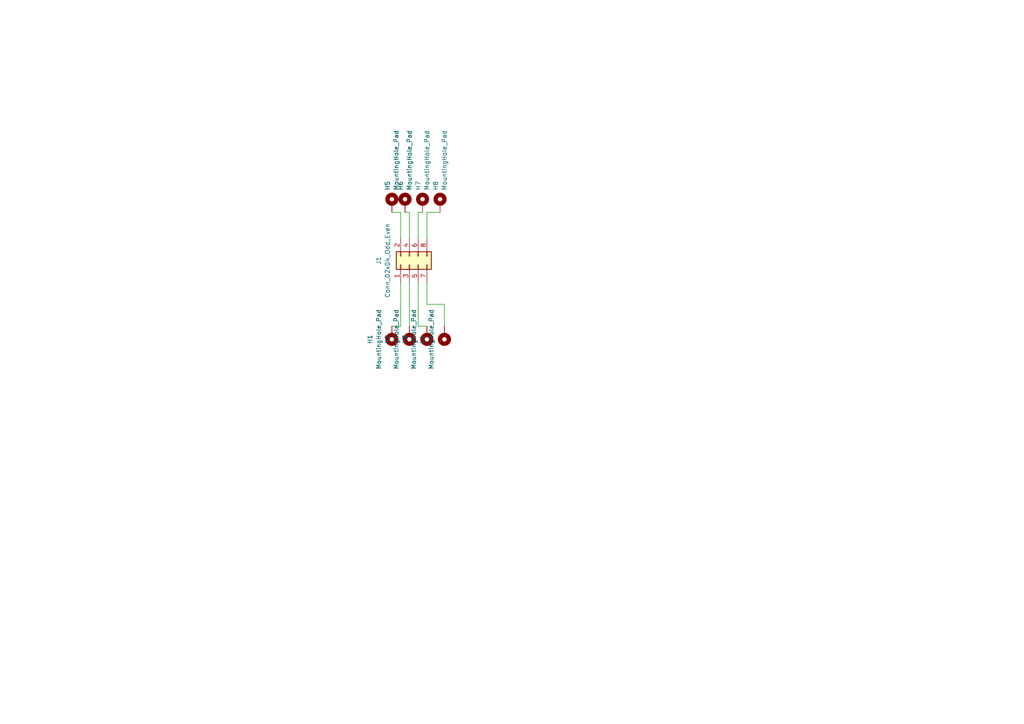
<source format=kicad_sch>
(kicad_sch (version 20230121) (generator eeschema)
  (paper "A4")
  (lib_symbols
    (symbol "Connector_Generic:Conn_02x04_Odd_Even" (pin_names (offset 1.016) hide)
      (property "Reference" "J" (at 1.27 5.08 0))
      (property "Value" "Conn_02x04_Odd_Even" (at 1.27 -7.62 0))
      (symbol "Conn_02x04_Odd_Even_1_1"
        (rectangle (start -1.27 -4.953) (end 0 -5.207) (stroke (width 0.1524)))
        (rectangle (start -1.27 -2.413) (end 0 -2.667) (stroke (width 0.1524)))
        (rectangle (start -1.27 0.127) (end 0 -0.127) (stroke (width 0.1524)))
        (rectangle (start -1.27 2.667) (end 0 2.413) (stroke (width 0.1524)))
        (rectangle (start -1.27 3.81) (end 3.81 -6.35) (stroke (width 0.254)) (fill (type background)))
        (rectangle (start 3.81 -4.953) (end 2.54 -5.207) (stroke (width 0.1524)))
        (rectangle (start 3.81 -2.413) (end 2.54 -2.667) (stroke (width 0.1524)))
        (rectangle (start 3.81 0.127) (end 2.54 -0.127) (stroke (width 0.1524)))
        (rectangle (start 3.81 2.667) (end 2.54 2.413) (stroke (width 0.1524)))
        (pin passive line (at -5.08 2.54 0) (length 3.81) (name "Pin_1") (number "1"))
        (pin passive line (at 7.62 2.54 180) (length 3.81) (name "Pin_2") (number "2"))
        (pin passive line (at -5.08 0 0) (length 3.81) (name "Pin_3") (number "3"))
        (pin passive line (at 7.62 0 180) (length 3.81) (name "Pin_4") (number "4"))
        (pin passive line (at -5.08 -2.54 0) (length 3.81) (name "Pin_5") (number "5"))
        (pin passive line (at 7.62 -2.54 180) (length 3.81) (name "Pin_6") (number "6"))
        (pin passive line (at -5.08 -5.08 0) (length 3.81) (name "Pin_7") (number "7"))
        (pin passive line (at 7.62 -5.08 180) (length 3.81) (name "Pin_8") (number "8"))
      )
    )
    (symbol "Mechanical:MountingHole_Pad" (pin_numbers hide) (pin_names (offset 1.016) hide)
      (property "Reference" "H" (at 0 6.35 0))
      (property "Value" "MountingHole_Pad" (at 0 4.445 0))
      (symbol "MountingHole_Pad_0_1"
        (circle (center 0 1.27) (radius 1.27) (stroke (width 1.27)))
      )
      (symbol "MountingHole_Pad_1_1"
        (pin input line (at 0 -2.54 90) (length 2.54) (name "1") (number "1"))
      )
    )
  )
  (wire (pts (xy 116.205 61.595) (xy 113.665 61.595)))
  (wire (pts (xy 123.825 88.265) (xy 128.905 88.265)))
  (wire (pts (xy 116.205 81.915) (xy 116.205 94.615)))
  (wire (pts (xy 121.285 69.215) (xy 121.285 61.595)))
  (wire (pts (xy 128.905 88.265) (xy 128.905 94.615)))
  (wire (pts (xy 118.745 94.615) (xy 118.745 81.915)))
  (wire (pts (xy 116.205 69.215) (xy 116.205 61.595)))
  (wire (pts (xy 118.745 61.595) (xy 117.475 61.595)))
  (wire (pts (xy 121.285 94.615) (xy 123.825 94.615)))
  (wire (pts (xy 121.285 61.595) (xy 122.555 61.595)))
  (wire (pts (xy 123.825 69.215) (xy 123.825 61.595)))
  (wire (pts (xy 116.205 94.615) (xy 113.665 94.615)))
  (wire (pts (xy 123.825 61.595) (xy 127.635 61.595)))
  (wire (pts (xy 123.825 81.915) (xy 123.825 88.265)))
  (wire (pts (xy 118.745 69.215) (xy 118.745 61.595)))
  (wire (pts (xy 121.285 81.915) (xy 121.285 94.615)))
  (symbol (lib_id "Mechanical:MountingHole_Pad") (at 127.635 59.055 0) (unit 1)
    (property "Reference" "H8" (at 126.365 55.245 90) (effects (justify left)))
    (property "Value" "MountingHole_Pad" (at 128.905 55.245 90) (effects (justify left)))
    (property "Footprint" "Connector_Wire:SolderWirePad_1x01_SMD_1x2mm" (effects hide))
  )
  (symbol (lib_id "Mechanical:MountingHole_Pad") (at 128.905 97.155 180) (unit 1)
    (property "Reference" "H4" (at 122.555 98.425 90))
    (property "Value" "MountingHole_Pad" (at 125.095 98.425 90))
    (property "Footprint" "Connector_Wire:SolderWirePad_1x01_SMD_1x2mm" (effects hide))
  )
  (symbol (lib_id "Mechanical:MountingHole_Pad") (at 122.555 59.055 0) (unit 1)
    (property "Reference" "H7" (at 121.285 55.245 90) (effects (justify left)))
    (property "Value" "MountingHole_Pad" (at 123.825 55.245 90) (effects (justify left)))
    (property "Footprint" "Connector_Wire:SolderWirePad_1x01_SMD_1x2mm" (effects hide))
  )
  (symbol (lib_id "Mechanical:MountingHole_Pad") (at 113.665 59.055 0) (unit 1)
    (property "Reference" "H5" (at 112.395 55.245 90) (effects (justify left)))
    (property "Value" "MountingHole_Pad" (at 114.935 55.245 90) (effects (justify left)))
    (property "Footprint" "Connector_Wire:SolderWirePad_1x01_SMD_1x2mm" (effects hide))
  )
  (symbol (lib_id "Connector_Generic:Conn_02x04_Odd_Even") (at 118.745 76.835 90) (unit 1)
    (property "Reference" "J1" (at 109.855 75.565 0))
    (property "Value" "Conn_02x04_Odd_Even" (at 112.395 75.565 0))
    (property "Footprint" "Connector_PinSocket_2.54mm:PinSocket_2x04_P2.54mm_Vertical" (effects hide))
  )
  (symbol (lib_id "Mechanical:MountingHole_Pad") (at 113.665 97.155 180) (unit 1)
    (property "Reference" "H1" (at 107.315 98.425 90))
    (property "Value" "MountingHole_Pad" (at 109.855 98.425 90))
    (property "Footprint" "Connector_Wire:SolderWirePad_1x01_SMD_1x2mm" (effects hide))
  )
  (symbol (lib_id "Mechanical:MountingHole_Pad") (at 117.475 59.055 0) (unit 1)
    (property "Reference" "H6" (at 116.205 55.245 90) (effects (justify left)))
    (property "Value" "MountingHole_Pad" (at 118.745 55.245 90) (effects (justify left)))
    (property "Footprint" "Connector_Wire:SolderWirePad_1x01_SMD_1x2mm" (effects hide))
  )
  (symbol (lib_id "Mechanical:MountingHole_Pad") (at 123.825 97.155 180) (unit 1)
    (property "Reference" "H3" (at 117.475 98.425 90))
    (property "Value" "MountingHole_Pad" (at 120.015 98.425 90))
    (property "Footprint" "Connector_Wire:SolderWirePad_1x01_SMD_1x2mm" (effects hide))
  )
  (symbol (lib_id "Mechanical:MountingHole_Pad") (at 118.745 97.155 180) (unit 1)
    (property "Reference" "H2" (at 112.395 98.425 90))
    (property "Value" "MountingHole_Pad" (at 114.935 98.425 90))
    (property "Footprint" "Connector_Wire:SolderWirePad_1x01_SMD_1x2mm" (effects hide))
  )
)
</source>
